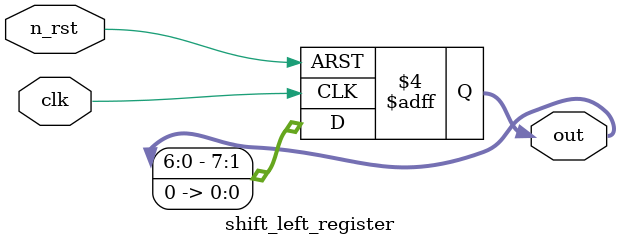
<source format=v>
module shift_left_register(
  clk,
  n_rst,
  out
);

input clk;
input n_rst;
output reg [7:0] out;

always@(posedge clk or negedge n_rst)
begin
  if(!n_rst)
    out <= 8'b0010_1100;
  else 
    out <=  out << 1;
end

endmodule 
</source>
